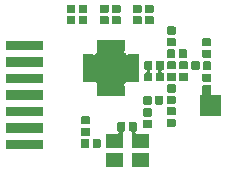
<source format=gbr>
G04 #@! TF.GenerationSoftware,KiCad,Pcbnew,(5.1.5)-3*
G04 #@! TF.CreationDate,2022-01-18T12:38:48+01:00*
G04 #@! TF.ProjectId,HB-ES-PMSwX-Pl_Gosund,48422d45-532d-4504-9d53-77582d506c5f,rev?*
G04 #@! TF.SameCoordinates,Original*
G04 #@! TF.FileFunction,Soldermask,Top*
G04 #@! TF.FilePolarity,Negative*
%FSLAX46Y46*%
G04 Gerber Fmt 4.6, Leading zero omitted, Abs format (unit mm)*
G04 Created by KiCad (PCBNEW (5.1.5)-3) date 2022-01-18 12:38:48*
%MOMM*%
%LPD*%
G04 APERTURE LIST*
%ADD10C,0.100000*%
G04 APERTURE END LIST*
D10*
G36*
X121502600Y-71288800D02*
G01*
X120000600Y-71288800D01*
X120000600Y-70036800D01*
X121502600Y-70036800D01*
X121502600Y-71288800D01*
G37*
G36*
X119302600Y-71288800D02*
G01*
X117800600Y-71288800D01*
X117800600Y-70036800D01*
X119302600Y-70036800D01*
X119302600Y-71288800D01*
G37*
G36*
X112460100Y-69761000D02*
G01*
X109358100Y-69761000D01*
X109358100Y-68959000D01*
X112460100Y-68959000D01*
X112460100Y-69761000D01*
G37*
G36*
X119378138Y-67475116D02*
G01*
X119398757Y-67481371D01*
X119417753Y-67491524D01*
X119434408Y-67505192D01*
X119448076Y-67521847D01*
X119458229Y-67540843D01*
X119464484Y-67561462D01*
X119467200Y-67589040D01*
X119467200Y-68097760D01*
X119464484Y-68125338D01*
X119458229Y-68145957D01*
X119448076Y-68164953D01*
X119434408Y-68181608D01*
X119417753Y-68195276D01*
X119398756Y-68205430D01*
X119391315Y-68207687D01*
X119368676Y-68217064D01*
X119348302Y-68230678D01*
X119330974Y-68248004D01*
X119317360Y-68268379D01*
X119307983Y-68291017D01*
X119303202Y-68315051D01*
X119302600Y-68327304D01*
X119302600Y-69688800D01*
X117800600Y-69688800D01*
X117800600Y-68436800D01*
X118777484Y-68436800D01*
X118801870Y-68434398D01*
X118825319Y-68427285D01*
X118846930Y-68415734D01*
X118865872Y-68400189D01*
X118881417Y-68381247D01*
X118892968Y-68359636D01*
X118900081Y-68336187D01*
X118902483Y-68311801D01*
X118900081Y-68287415D01*
X118892968Y-68263966D01*
X118881417Y-68242355D01*
X118865872Y-68223413D01*
X118836409Y-68201562D01*
X118824645Y-68195274D01*
X118807992Y-68181608D01*
X118794324Y-68164953D01*
X118784171Y-68145957D01*
X118777916Y-68125338D01*
X118775200Y-68097760D01*
X118775200Y-67589040D01*
X118777916Y-67561462D01*
X118784171Y-67540843D01*
X118794324Y-67521847D01*
X118807992Y-67505192D01*
X118824647Y-67491524D01*
X118843643Y-67481371D01*
X118864262Y-67475116D01*
X118891840Y-67472400D01*
X119350560Y-67472400D01*
X119378138Y-67475116D01*
G37*
G36*
X120348138Y-67475116D02*
G01*
X120368757Y-67481371D01*
X120387753Y-67491524D01*
X120404408Y-67505192D01*
X120418076Y-67521847D01*
X120428229Y-67540843D01*
X120434484Y-67561462D01*
X120437200Y-67589040D01*
X120437200Y-68097760D01*
X120434484Y-68125338D01*
X120428229Y-68145957D01*
X120418076Y-68164953D01*
X120404408Y-68181608D01*
X120387755Y-68195274D01*
X120375991Y-68201562D01*
X120355616Y-68215176D01*
X120338289Y-68232504D01*
X120324676Y-68252878D01*
X120315299Y-68275517D01*
X120310519Y-68299550D01*
X120310519Y-68324055D01*
X120315300Y-68348088D01*
X120324677Y-68370726D01*
X120338291Y-68391101D01*
X120355619Y-68408428D01*
X120375993Y-68422041D01*
X120398632Y-68431418D01*
X120434916Y-68436800D01*
X121502600Y-68436800D01*
X121502600Y-69688800D01*
X120000600Y-69688800D01*
X120000600Y-68339399D01*
X119998198Y-68315013D01*
X119991085Y-68291564D01*
X119979534Y-68269953D01*
X119963989Y-68251011D01*
X119945047Y-68235466D01*
X119923436Y-68223915D01*
X119899987Y-68216802D01*
X119875601Y-68214400D01*
X119861840Y-68214400D01*
X119834262Y-68211684D01*
X119813643Y-68205429D01*
X119794647Y-68195276D01*
X119777992Y-68181608D01*
X119764324Y-68164953D01*
X119754171Y-68145957D01*
X119747916Y-68125338D01*
X119745200Y-68097760D01*
X119745200Y-67589040D01*
X119747916Y-67561462D01*
X119754171Y-67540843D01*
X119764324Y-67521847D01*
X119777992Y-67505192D01*
X119794647Y-67491524D01*
X119813643Y-67481371D01*
X119834262Y-67475116D01*
X119861840Y-67472400D01*
X120320560Y-67472400D01*
X120348138Y-67475116D01*
G37*
G36*
X116317438Y-68897516D02*
G01*
X116338057Y-68903771D01*
X116357053Y-68913924D01*
X116373708Y-68927592D01*
X116387376Y-68944247D01*
X116397529Y-68963243D01*
X116403784Y-68983862D01*
X116406500Y-69011440D01*
X116406500Y-69520160D01*
X116403784Y-69547738D01*
X116397529Y-69568357D01*
X116387376Y-69587353D01*
X116373708Y-69604008D01*
X116357053Y-69617676D01*
X116338057Y-69627829D01*
X116317438Y-69634084D01*
X116289860Y-69636800D01*
X115831140Y-69636800D01*
X115803562Y-69634084D01*
X115782943Y-69627829D01*
X115763947Y-69617676D01*
X115747292Y-69604008D01*
X115733624Y-69587353D01*
X115723471Y-69568357D01*
X115717216Y-69547738D01*
X115714500Y-69520160D01*
X115714500Y-69011440D01*
X115717216Y-68983862D01*
X115723471Y-68963243D01*
X115733624Y-68944247D01*
X115747292Y-68927592D01*
X115763947Y-68913924D01*
X115782943Y-68903771D01*
X115803562Y-68897516D01*
X115831140Y-68894800D01*
X116289860Y-68894800D01*
X116317438Y-68897516D01*
G37*
G36*
X117287438Y-68897516D02*
G01*
X117308057Y-68903771D01*
X117327053Y-68913924D01*
X117343708Y-68927592D01*
X117357376Y-68944247D01*
X117367529Y-68963243D01*
X117373784Y-68983862D01*
X117376500Y-69011440D01*
X117376500Y-69520160D01*
X117373784Y-69547738D01*
X117367529Y-69568357D01*
X117357376Y-69587353D01*
X117343708Y-69604008D01*
X117327053Y-69617676D01*
X117308057Y-69627829D01*
X117287438Y-69634084D01*
X117259860Y-69636800D01*
X116801140Y-69636800D01*
X116773562Y-69634084D01*
X116752943Y-69627829D01*
X116733947Y-69617676D01*
X116717292Y-69604008D01*
X116703624Y-69587353D01*
X116693471Y-69568357D01*
X116687216Y-69547738D01*
X116684500Y-69520160D01*
X116684500Y-69011440D01*
X116687216Y-68983862D01*
X116693471Y-68963243D01*
X116703624Y-68944247D01*
X116717292Y-68927592D01*
X116733947Y-68913924D01*
X116752943Y-68903771D01*
X116773562Y-68897516D01*
X116801140Y-68894800D01*
X117259860Y-68894800D01*
X117287438Y-68897516D01*
G37*
G36*
X116372638Y-67944616D02*
G01*
X116393257Y-67950871D01*
X116412253Y-67961024D01*
X116428908Y-67974692D01*
X116442576Y-67991347D01*
X116452729Y-68010343D01*
X116458984Y-68030962D01*
X116461700Y-68058540D01*
X116461700Y-68517260D01*
X116458984Y-68544838D01*
X116452729Y-68565457D01*
X116442576Y-68584453D01*
X116428908Y-68601108D01*
X116412253Y-68614776D01*
X116393257Y-68624929D01*
X116372638Y-68631184D01*
X116345060Y-68633900D01*
X115836340Y-68633900D01*
X115808762Y-68631184D01*
X115788143Y-68624929D01*
X115769147Y-68614776D01*
X115752492Y-68601108D01*
X115738824Y-68584453D01*
X115728671Y-68565457D01*
X115722416Y-68544838D01*
X115719700Y-68517260D01*
X115719700Y-68058540D01*
X115722416Y-68030962D01*
X115728671Y-68010343D01*
X115738824Y-67991347D01*
X115752492Y-67974692D01*
X115769147Y-67961024D01*
X115788143Y-67950871D01*
X115808762Y-67944616D01*
X115836340Y-67941900D01*
X116345060Y-67941900D01*
X116372638Y-67944616D01*
G37*
G36*
X112460100Y-68361000D02*
G01*
X109358100Y-68361000D01*
X109358100Y-67559000D01*
X112460100Y-67559000D01*
X112460100Y-68361000D01*
G37*
G36*
X121617738Y-67273916D02*
G01*
X121638357Y-67280171D01*
X121657353Y-67290324D01*
X121674008Y-67303992D01*
X121687676Y-67320647D01*
X121697829Y-67339643D01*
X121704084Y-67360262D01*
X121706800Y-67387840D01*
X121706800Y-67846560D01*
X121704084Y-67874138D01*
X121697829Y-67894757D01*
X121687676Y-67913753D01*
X121674008Y-67930408D01*
X121657353Y-67944076D01*
X121638357Y-67954229D01*
X121617738Y-67960484D01*
X121590160Y-67963200D01*
X121081440Y-67963200D01*
X121053862Y-67960484D01*
X121033243Y-67954229D01*
X121014247Y-67944076D01*
X120997592Y-67930408D01*
X120983924Y-67913753D01*
X120973771Y-67894757D01*
X120967516Y-67874138D01*
X120964800Y-67846560D01*
X120964800Y-67387840D01*
X120967516Y-67360262D01*
X120973771Y-67339643D01*
X120983924Y-67320647D01*
X120997592Y-67303992D01*
X121014247Y-67290324D01*
X121033243Y-67280171D01*
X121053862Y-67273916D01*
X121081440Y-67271200D01*
X121590160Y-67271200D01*
X121617738Y-67273916D01*
G37*
G36*
X123624338Y-67172316D02*
G01*
X123644957Y-67178571D01*
X123663953Y-67188724D01*
X123680608Y-67202392D01*
X123694276Y-67219047D01*
X123704429Y-67238043D01*
X123710684Y-67258662D01*
X123713400Y-67286240D01*
X123713400Y-67744960D01*
X123710684Y-67772538D01*
X123704429Y-67793157D01*
X123694276Y-67812153D01*
X123680608Y-67828808D01*
X123663953Y-67842476D01*
X123644957Y-67852629D01*
X123624338Y-67858884D01*
X123596760Y-67861600D01*
X123088040Y-67861600D01*
X123060462Y-67858884D01*
X123039843Y-67852629D01*
X123020847Y-67842476D01*
X123004192Y-67828808D01*
X122990524Y-67812153D01*
X122980371Y-67793157D01*
X122974116Y-67772538D01*
X122971400Y-67744960D01*
X122971400Y-67286240D01*
X122974116Y-67258662D01*
X122980371Y-67238043D01*
X122990524Y-67219047D01*
X123004192Y-67202392D01*
X123020847Y-67188724D01*
X123039843Y-67178571D01*
X123060462Y-67172316D01*
X123088040Y-67169600D01*
X123596760Y-67169600D01*
X123624338Y-67172316D01*
G37*
G36*
X116372638Y-66974616D02*
G01*
X116393257Y-66980871D01*
X116412253Y-66991024D01*
X116428908Y-67004692D01*
X116442576Y-67021347D01*
X116452729Y-67040343D01*
X116458984Y-67060962D01*
X116461700Y-67088540D01*
X116461700Y-67547260D01*
X116458984Y-67574838D01*
X116452729Y-67595457D01*
X116442576Y-67614453D01*
X116428908Y-67631108D01*
X116412253Y-67644776D01*
X116393257Y-67654929D01*
X116372638Y-67661184D01*
X116345060Y-67663900D01*
X115836340Y-67663900D01*
X115808762Y-67661184D01*
X115788143Y-67654929D01*
X115769147Y-67644776D01*
X115752492Y-67631108D01*
X115738824Y-67614453D01*
X115728671Y-67595457D01*
X115722416Y-67574838D01*
X115719700Y-67547260D01*
X115719700Y-67088540D01*
X115722416Y-67060962D01*
X115728671Y-67040343D01*
X115738824Y-67021347D01*
X115752492Y-67004692D01*
X115769147Y-66991024D01*
X115788143Y-66980871D01*
X115808762Y-66974616D01*
X115836340Y-66971900D01*
X116345060Y-66971900D01*
X116372638Y-66974616D01*
G37*
G36*
X121617738Y-66303916D02*
G01*
X121638357Y-66310171D01*
X121657353Y-66320324D01*
X121674008Y-66333992D01*
X121687676Y-66350647D01*
X121697829Y-66369643D01*
X121704084Y-66390262D01*
X121706800Y-66417840D01*
X121706800Y-66876560D01*
X121704084Y-66904138D01*
X121697829Y-66924757D01*
X121687676Y-66943753D01*
X121674008Y-66960408D01*
X121657353Y-66974076D01*
X121638357Y-66984229D01*
X121617738Y-66990484D01*
X121590160Y-66993200D01*
X121081440Y-66993200D01*
X121053862Y-66990484D01*
X121033243Y-66984229D01*
X121014247Y-66974076D01*
X120997592Y-66960408D01*
X120983924Y-66943753D01*
X120973771Y-66924757D01*
X120967516Y-66904138D01*
X120964800Y-66876560D01*
X120964800Y-66417840D01*
X120967516Y-66390262D01*
X120973771Y-66369643D01*
X120983924Y-66350647D01*
X120997592Y-66333992D01*
X121014247Y-66320324D01*
X121033243Y-66310171D01*
X121053862Y-66303916D01*
X121081440Y-66301200D01*
X121590160Y-66301200D01*
X121617738Y-66303916D01*
G37*
G36*
X112460100Y-66961000D02*
G01*
X109358100Y-66961000D01*
X109358100Y-66159000D01*
X112460100Y-66159000D01*
X112460100Y-66961000D01*
G37*
G36*
X126621538Y-64329916D02*
G01*
X126642157Y-64336171D01*
X126661153Y-64346324D01*
X126677808Y-64359992D01*
X126691476Y-64376647D01*
X126701629Y-64395643D01*
X126707884Y-64416262D01*
X126710600Y-64443840D01*
X126710600Y-64902560D01*
X126707884Y-64930138D01*
X126701630Y-64950756D01*
X126699322Y-64955073D01*
X126689944Y-64977712D01*
X126685162Y-65001745D01*
X126685161Y-65026249D01*
X126689941Y-65050282D01*
X126699318Y-65072921D01*
X126712931Y-65093296D01*
X126730257Y-65110624D01*
X126750631Y-65124238D01*
X126773270Y-65133616D01*
X126797303Y-65138398D01*
X126809559Y-65139000D01*
X127596200Y-65139000D01*
X127596200Y-66941000D01*
X125794200Y-66941000D01*
X125794200Y-65139000D01*
X125869641Y-65139000D01*
X125894027Y-65136598D01*
X125917476Y-65129485D01*
X125939087Y-65117934D01*
X125958029Y-65102389D01*
X125973574Y-65083447D01*
X125985125Y-65061836D01*
X125992238Y-65038387D01*
X125994640Y-65014001D01*
X125992238Y-64989615D01*
X125985125Y-64966166D01*
X125979878Y-64955073D01*
X125977570Y-64950756D01*
X125971316Y-64930138D01*
X125968600Y-64902560D01*
X125968600Y-64443840D01*
X125971316Y-64416262D01*
X125977571Y-64395643D01*
X125987724Y-64376647D01*
X126001392Y-64359992D01*
X126018047Y-64346324D01*
X126037043Y-64336171D01*
X126057662Y-64329916D01*
X126085240Y-64327200D01*
X126593960Y-64327200D01*
X126621538Y-64329916D01*
G37*
G36*
X123624338Y-66202316D02*
G01*
X123644957Y-66208571D01*
X123663953Y-66218724D01*
X123680608Y-66232392D01*
X123694276Y-66249047D01*
X123704429Y-66268043D01*
X123710684Y-66288662D01*
X123713400Y-66316240D01*
X123713400Y-66774960D01*
X123710684Y-66802538D01*
X123704429Y-66823157D01*
X123694276Y-66842153D01*
X123680608Y-66858808D01*
X123663953Y-66872476D01*
X123644957Y-66882629D01*
X123624338Y-66888884D01*
X123596760Y-66891600D01*
X123088040Y-66891600D01*
X123060462Y-66888884D01*
X123039843Y-66882629D01*
X123020847Y-66872476D01*
X123004192Y-66858808D01*
X122990524Y-66842153D01*
X122980371Y-66823157D01*
X122974116Y-66802538D01*
X122971400Y-66774960D01*
X122971400Y-66316240D01*
X122974116Y-66288662D01*
X122980371Y-66268043D01*
X122990524Y-66249047D01*
X123004192Y-66232392D01*
X123020847Y-66218724D01*
X123039843Y-66208571D01*
X123060462Y-66202316D01*
X123088040Y-66199600D01*
X123596760Y-66199600D01*
X123624338Y-66202316D01*
G37*
G36*
X122562738Y-65239916D02*
G01*
X122583357Y-65246171D01*
X122602353Y-65256324D01*
X122619008Y-65269992D01*
X122632676Y-65286647D01*
X122642829Y-65305643D01*
X122649084Y-65326262D01*
X122651800Y-65353840D01*
X122651800Y-65862560D01*
X122649084Y-65890138D01*
X122642829Y-65910757D01*
X122632676Y-65929753D01*
X122619008Y-65946408D01*
X122602353Y-65960076D01*
X122583357Y-65970229D01*
X122562738Y-65976484D01*
X122535160Y-65979200D01*
X122076440Y-65979200D01*
X122048862Y-65976484D01*
X122028243Y-65970229D01*
X122009247Y-65960076D01*
X121992592Y-65946408D01*
X121978924Y-65929753D01*
X121968771Y-65910757D01*
X121962516Y-65890138D01*
X121959800Y-65862560D01*
X121959800Y-65353840D01*
X121962516Y-65326262D01*
X121968771Y-65305643D01*
X121978924Y-65286647D01*
X121992592Y-65269992D01*
X122009247Y-65256324D01*
X122028243Y-65246171D01*
X122048862Y-65239916D01*
X122076440Y-65237200D01*
X122535160Y-65237200D01*
X122562738Y-65239916D01*
G37*
G36*
X121592738Y-65239916D02*
G01*
X121613357Y-65246171D01*
X121632353Y-65256324D01*
X121649008Y-65269992D01*
X121662676Y-65286647D01*
X121672829Y-65305643D01*
X121679084Y-65326262D01*
X121681800Y-65353840D01*
X121681800Y-65862560D01*
X121679084Y-65890138D01*
X121672829Y-65910757D01*
X121662676Y-65929753D01*
X121649008Y-65946408D01*
X121632353Y-65960076D01*
X121613357Y-65970229D01*
X121592738Y-65976484D01*
X121565160Y-65979200D01*
X121106440Y-65979200D01*
X121078862Y-65976484D01*
X121058243Y-65970229D01*
X121039247Y-65960076D01*
X121022592Y-65946408D01*
X121008924Y-65929753D01*
X120998771Y-65910757D01*
X120992516Y-65890138D01*
X120989800Y-65862560D01*
X120989800Y-65353840D01*
X120992516Y-65326262D01*
X120998771Y-65305643D01*
X121008924Y-65286647D01*
X121022592Y-65269992D01*
X121039247Y-65256324D01*
X121058243Y-65246171D01*
X121078862Y-65239916D01*
X121106440Y-65237200D01*
X121565160Y-65237200D01*
X121592738Y-65239916D01*
G37*
G36*
X123624338Y-65244316D02*
G01*
X123644957Y-65250571D01*
X123663953Y-65260724D01*
X123680608Y-65274392D01*
X123694276Y-65291047D01*
X123704429Y-65310043D01*
X123710684Y-65330662D01*
X123713400Y-65358240D01*
X123713400Y-65816960D01*
X123710684Y-65844538D01*
X123704429Y-65865157D01*
X123694276Y-65884153D01*
X123680608Y-65900808D01*
X123663953Y-65914476D01*
X123644957Y-65924629D01*
X123624338Y-65930884D01*
X123596760Y-65933600D01*
X123088040Y-65933600D01*
X123060462Y-65930884D01*
X123039843Y-65924629D01*
X123020847Y-65914476D01*
X123004192Y-65900808D01*
X122990524Y-65884153D01*
X122980371Y-65865157D01*
X122974116Y-65844538D01*
X122971400Y-65816960D01*
X122971400Y-65358240D01*
X122974116Y-65330662D01*
X122980371Y-65310043D01*
X122990524Y-65291047D01*
X123004192Y-65274392D01*
X123020847Y-65260724D01*
X123039843Y-65250571D01*
X123060462Y-65244316D01*
X123088040Y-65241600D01*
X123596760Y-65241600D01*
X123624338Y-65244316D01*
G37*
G36*
X112460100Y-65561000D02*
G01*
X109358100Y-65561000D01*
X109358100Y-64759000D01*
X112460100Y-64759000D01*
X112460100Y-65561000D01*
G37*
G36*
X117392355Y-60490483D02*
G01*
X117397029Y-60491901D01*
X117401330Y-60494200D01*
X117407702Y-60499429D01*
X117428076Y-60513043D01*
X117450715Y-60522420D01*
X117474749Y-60527200D01*
X117499253Y-60527200D01*
X117523286Y-60522419D01*
X117545925Y-60513042D01*
X117566298Y-60499429D01*
X117572670Y-60494200D01*
X117576971Y-60491901D01*
X117581645Y-60490483D01*
X117592641Y-60489400D01*
X117881359Y-60489400D01*
X117892355Y-60490483D01*
X117897029Y-60491901D01*
X117901330Y-60494200D01*
X117907702Y-60499429D01*
X117928076Y-60513043D01*
X117950715Y-60522420D01*
X117974749Y-60527200D01*
X117999253Y-60527200D01*
X118023286Y-60522419D01*
X118045925Y-60513042D01*
X118066298Y-60499429D01*
X118072670Y-60494200D01*
X118076971Y-60491901D01*
X118081645Y-60490483D01*
X118092641Y-60489400D01*
X118381359Y-60489400D01*
X118392355Y-60490483D01*
X118397029Y-60491901D01*
X118401330Y-60494200D01*
X118407702Y-60499429D01*
X118428076Y-60513043D01*
X118450715Y-60522420D01*
X118474749Y-60527200D01*
X118499253Y-60527200D01*
X118523286Y-60522419D01*
X118545925Y-60513042D01*
X118566298Y-60499429D01*
X118572670Y-60494200D01*
X118576971Y-60491901D01*
X118581645Y-60490483D01*
X118592641Y-60489400D01*
X118881359Y-60489400D01*
X118892355Y-60490483D01*
X118897029Y-60491901D01*
X118901330Y-60494200D01*
X118907702Y-60499429D01*
X118928076Y-60513043D01*
X118950715Y-60522420D01*
X118974749Y-60527200D01*
X118999253Y-60527200D01*
X119023286Y-60522419D01*
X119045925Y-60513042D01*
X119066298Y-60499429D01*
X119072670Y-60494200D01*
X119076971Y-60491901D01*
X119081645Y-60490483D01*
X119092641Y-60489400D01*
X119381359Y-60489400D01*
X119392355Y-60490483D01*
X119397029Y-60491901D01*
X119401331Y-60494200D01*
X119405104Y-60497296D01*
X119408200Y-60501069D01*
X119410499Y-60505371D01*
X119411917Y-60510045D01*
X119413000Y-60521041D01*
X119413000Y-61384759D01*
X119411917Y-61395755D01*
X119410499Y-61400429D01*
X119408202Y-61404727D01*
X119401560Y-61412820D01*
X119387946Y-61433195D01*
X119378569Y-61455833D01*
X119373788Y-61479867D01*
X119373788Y-61504371D01*
X119378568Y-61528404D01*
X119387945Y-61551043D01*
X119401559Y-61571418D01*
X119418885Y-61588745D01*
X119439259Y-61602358D01*
X119466464Y-61616900D01*
X119490651Y-61636749D01*
X119510500Y-61660936D01*
X119525042Y-61688141D01*
X119538656Y-61708515D01*
X119555983Y-61725842D01*
X119576358Y-61739455D01*
X119598997Y-61748832D01*
X119623030Y-61753612D01*
X119647534Y-61753612D01*
X119671568Y-61748831D01*
X119694206Y-61739453D01*
X119714580Y-61725840D01*
X119722673Y-61719198D01*
X119726971Y-61716901D01*
X119731645Y-61715483D01*
X119742641Y-61714400D01*
X120606359Y-61714400D01*
X120617355Y-61715483D01*
X120622029Y-61716901D01*
X120626331Y-61719200D01*
X120630104Y-61722296D01*
X120633200Y-61726069D01*
X120635499Y-61730371D01*
X120636917Y-61735045D01*
X120638000Y-61746041D01*
X120638000Y-62034759D01*
X120636917Y-62045755D01*
X120635499Y-62050429D01*
X120633200Y-62054730D01*
X120627971Y-62061102D01*
X120614357Y-62081476D01*
X120604980Y-62104115D01*
X120600200Y-62128149D01*
X120600200Y-62152653D01*
X120604981Y-62176686D01*
X120614358Y-62199325D01*
X120627971Y-62219698D01*
X120633200Y-62226070D01*
X120635499Y-62230371D01*
X120636917Y-62235045D01*
X120638000Y-62246041D01*
X120638000Y-62534759D01*
X120636917Y-62545755D01*
X120635499Y-62550429D01*
X120633200Y-62554730D01*
X120627971Y-62561102D01*
X120614357Y-62581476D01*
X120604980Y-62604115D01*
X120600200Y-62628149D01*
X120600200Y-62652653D01*
X120604981Y-62676686D01*
X120614358Y-62699325D01*
X120627971Y-62719698D01*
X120633200Y-62726070D01*
X120635499Y-62730371D01*
X120636917Y-62735045D01*
X120638000Y-62746041D01*
X120638000Y-63034759D01*
X120636917Y-63045755D01*
X120635499Y-63050429D01*
X120633200Y-63054730D01*
X120627971Y-63061102D01*
X120614357Y-63081476D01*
X120604980Y-63104115D01*
X120600200Y-63128149D01*
X120600200Y-63152653D01*
X120604981Y-63176686D01*
X120614358Y-63199325D01*
X120627971Y-63219698D01*
X120633200Y-63226070D01*
X120635499Y-63230371D01*
X120636917Y-63235045D01*
X120638000Y-63246041D01*
X120638000Y-63534759D01*
X120636917Y-63545755D01*
X120635499Y-63550429D01*
X120633200Y-63554730D01*
X120627971Y-63561102D01*
X120614357Y-63581476D01*
X120604980Y-63604115D01*
X120600200Y-63628149D01*
X120600200Y-63652653D01*
X120604981Y-63676686D01*
X120614358Y-63699325D01*
X120627971Y-63719698D01*
X120633200Y-63726070D01*
X120635499Y-63730371D01*
X120636917Y-63735045D01*
X120638000Y-63746041D01*
X120638000Y-64034759D01*
X120636917Y-64045755D01*
X120635499Y-64050429D01*
X120633200Y-64054731D01*
X120630104Y-64058504D01*
X120626331Y-64061600D01*
X120622029Y-64063899D01*
X120617355Y-64065317D01*
X120606359Y-64066400D01*
X119742641Y-64066400D01*
X119731645Y-64065317D01*
X119726971Y-64063899D01*
X119722673Y-64061602D01*
X119714580Y-64054960D01*
X119694205Y-64041346D01*
X119671567Y-64031969D01*
X119647533Y-64027188D01*
X119623029Y-64027188D01*
X119598996Y-64031968D01*
X119576357Y-64041345D01*
X119555982Y-64054959D01*
X119538655Y-64072285D01*
X119525042Y-64092659D01*
X119510500Y-64119864D01*
X119490651Y-64144051D01*
X119466464Y-64163900D01*
X119439259Y-64178442D01*
X119418885Y-64192056D01*
X119401558Y-64209383D01*
X119387945Y-64229758D01*
X119378568Y-64252397D01*
X119373788Y-64276430D01*
X119373788Y-64300934D01*
X119378569Y-64324968D01*
X119387947Y-64347606D01*
X119401560Y-64367980D01*
X119408202Y-64376073D01*
X119410499Y-64380371D01*
X119411917Y-64385045D01*
X119413000Y-64396041D01*
X119413000Y-65259759D01*
X119411917Y-65270755D01*
X119410499Y-65275429D01*
X119408200Y-65279731D01*
X119405104Y-65283504D01*
X119401331Y-65286600D01*
X119397029Y-65288899D01*
X119392355Y-65290317D01*
X119381359Y-65291400D01*
X119092641Y-65291400D01*
X119081645Y-65290317D01*
X119076971Y-65288899D01*
X119072670Y-65286600D01*
X119066298Y-65281371D01*
X119045924Y-65267757D01*
X119023285Y-65258380D01*
X118999251Y-65253600D01*
X118974747Y-65253600D01*
X118950714Y-65258381D01*
X118928075Y-65267758D01*
X118907702Y-65281371D01*
X118901330Y-65286600D01*
X118897029Y-65288899D01*
X118892355Y-65290317D01*
X118881359Y-65291400D01*
X118592641Y-65291400D01*
X118581645Y-65290317D01*
X118576971Y-65288899D01*
X118572670Y-65286600D01*
X118566298Y-65281371D01*
X118545924Y-65267757D01*
X118523285Y-65258380D01*
X118499251Y-65253600D01*
X118474747Y-65253600D01*
X118450714Y-65258381D01*
X118428075Y-65267758D01*
X118407702Y-65281371D01*
X118401330Y-65286600D01*
X118397029Y-65288899D01*
X118392355Y-65290317D01*
X118381359Y-65291400D01*
X118092641Y-65291400D01*
X118081645Y-65290317D01*
X118076971Y-65288899D01*
X118072670Y-65286600D01*
X118066298Y-65281371D01*
X118045924Y-65267757D01*
X118023285Y-65258380D01*
X117999251Y-65253600D01*
X117974747Y-65253600D01*
X117950714Y-65258381D01*
X117928075Y-65267758D01*
X117907702Y-65281371D01*
X117901330Y-65286600D01*
X117897029Y-65288899D01*
X117892355Y-65290317D01*
X117881359Y-65291400D01*
X117592641Y-65291400D01*
X117581645Y-65290317D01*
X117576971Y-65288899D01*
X117572670Y-65286600D01*
X117566298Y-65281371D01*
X117545924Y-65267757D01*
X117523285Y-65258380D01*
X117499251Y-65253600D01*
X117474747Y-65253600D01*
X117450714Y-65258381D01*
X117428075Y-65267758D01*
X117407702Y-65281371D01*
X117401330Y-65286600D01*
X117397029Y-65288899D01*
X117392355Y-65290317D01*
X117381359Y-65291400D01*
X117092641Y-65291400D01*
X117081645Y-65290317D01*
X117076971Y-65288899D01*
X117072669Y-65286600D01*
X117068896Y-65283504D01*
X117065800Y-65279731D01*
X117063501Y-65275429D01*
X117062083Y-65270755D01*
X117061000Y-65259759D01*
X117061000Y-64396041D01*
X117062083Y-64385045D01*
X117063501Y-64380371D01*
X117065798Y-64376073D01*
X117072440Y-64367980D01*
X117086054Y-64347605D01*
X117095431Y-64324967D01*
X117100212Y-64300933D01*
X117100212Y-64276429D01*
X117095432Y-64252396D01*
X117086055Y-64229757D01*
X117072441Y-64209382D01*
X117055115Y-64192055D01*
X117034741Y-64178442D01*
X117007536Y-64163900D01*
X116983349Y-64144051D01*
X116963500Y-64119864D01*
X116948958Y-64092659D01*
X116935344Y-64072285D01*
X116918017Y-64054958D01*
X116897642Y-64041345D01*
X116875003Y-64031968D01*
X116850970Y-64027188D01*
X116826466Y-64027188D01*
X116802432Y-64031969D01*
X116779794Y-64041347D01*
X116759420Y-64054960D01*
X116751327Y-64061602D01*
X116747029Y-64063899D01*
X116742355Y-64065317D01*
X116731359Y-64066400D01*
X115867641Y-64066400D01*
X115856645Y-64065317D01*
X115851971Y-64063899D01*
X115847669Y-64061600D01*
X115843896Y-64058504D01*
X115840800Y-64054731D01*
X115838501Y-64050429D01*
X115837083Y-64045755D01*
X115836000Y-64034759D01*
X115836000Y-63746041D01*
X115837083Y-63735045D01*
X115838501Y-63730371D01*
X115840800Y-63726070D01*
X115846029Y-63719698D01*
X115859643Y-63699324D01*
X115869020Y-63676685D01*
X115873800Y-63652651D01*
X115873800Y-63628147D01*
X115869019Y-63604114D01*
X115859642Y-63581475D01*
X115846029Y-63561102D01*
X115840800Y-63554730D01*
X115838501Y-63550429D01*
X115837083Y-63545755D01*
X115836000Y-63534759D01*
X115836000Y-63246041D01*
X115837083Y-63235045D01*
X115838501Y-63230371D01*
X115840800Y-63226070D01*
X115846029Y-63219698D01*
X115859643Y-63199324D01*
X115869020Y-63176685D01*
X115873800Y-63152651D01*
X115873800Y-63128147D01*
X115869019Y-63104114D01*
X115859642Y-63081475D01*
X115846029Y-63061102D01*
X115840800Y-63054730D01*
X115838501Y-63050429D01*
X115837083Y-63045755D01*
X115836000Y-63034759D01*
X115836000Y-62746041D01*
X115837083Y-62735045D01*
X115838501Y-62730371D01*
X115840800Y-62726070D01*
X115846029Y-62719698D01*
X115859643Y-62699324D01*
X115869020Y-62676685D01*
X115873800Y-62652651D01*
X115873800Y-62628147D01*
X115869019Y-62604114D01*
X115859642Y-62581475D01*
X115846029Y-62561102D01*
X115840800Y-62554730D01*
X115838501Y-62550429D01*
X115837083Y-62545755D01*
X115836000Y-62534759D01*
X115836000Y-62246041D01*
X115837083Y-62235045D01*
X115838501Y-62230371D01*
X115840800Y-62226070D01*
X115846029Y-62219698D01*
X115859643Y-62199324D01*
X115869020Y-62176685D01*
X115873800Y-62152651D01*
X115873800Y-62128147D01*
X115869019Y-62104114D01*
X115859642Y-62081475D01*
X115846029Y-62061102D01*
X115840800Y-62054730D01*
X115838501Y-62050429D01*
X115837083Y-62045755D01*
X115836000Y-62034759D01*
X115836000Y-61746041D01*
X115837083Y-61735045D01*
X115838501Y-61730371D01*
X115840800Y-61726069D01*
X115843896Y-61722296D01*
X115847669Y-61719200D01*
X115851971Y-61716901D01*
X115856645Y-61715483D01*
X115867641Y-61714400D01*
X116731359Y-61714400D01*
X116742355Y-61715483D01*
X116747029Y-61716901D01*
X116751327Y-61719198D01*
X116759420Y-61725840D01*
X116779795Y-61739454D01*
X116802433Y-61748831D01*
X116826467Y-61753612D01*
X116850971Y-61753612D01*
X116875004Y-61748832D01*
X116897643Y-61739455D01*
X116918018Y-61725841D01*
X116935345Y-61708515D01*
X116948958Y-61688141D01*
X116963500Y-61660936D01*
X116983349Y-61636749D01*
X117007536Y-61616900D01*
X117034741Y-61602358D01*
X117055115Y-61588744D01*
X117072442Y-61571417D01*
X117086055Y-61551042D01*
X117095432Y-61528403D01*
X117100212Y-61504370D01*
X117100212Y-61479866D01*
X117095431Y-61455832D01*
X117086053Y-61433194D01*
X117072440Y-61412820D01*
X117065798Y-61404727D01*
X117063501Y-61400429D01*
X117062083Y-61395755D01*
X117061000Y-61384759D01*
X117061000Y-60521041D01*
X117062083Y-60510045D01*
X117063501Y-60505371D01*
X117065800Y-60501069D01*
X117068896Y-60497296D01*
X117072669Y-60494200D01*
X117076971Y-60491901D01*
X117081645Y-60490483D01*
X117092641Y-60489400D01*
X117381359Y-60489400D01*
X117392355Y-60490483D01*
G37*
G36*
X123624338Y-64274316D02*
G01*
X123644957Y-64280571D01*
X123663953Y-64290724D01*
X123680608Y-64304392D01*
X123694276Y-64321047D01*
X123704429Y-64340043D01*
X123710684Y-64360662D01*
X123713400Y-64388240D01*
X123713400Y-64846960D01*
X123710684Y-64874538D01*
X123704429Y-64895157D01*
X123694276Y-64914153D01*
X123680608Y-64930808D01*
X123663953Y-64944476D01*
X123644957Y-64954629D01*
X123624338Y-64960884D01*
X123596760Y-64963600D01*
X123088040Y-64963600D01*
X123060462Y-64960884D01*
X123039843Y-64954629D01*
X123020847Y-64944476D01*
X123004192Y-64930808D01*
X122990524Y-64914153D01*
X122980371Y-64895157D01*
X122974116Y-64874538D01*
X122971400Y-64846960D01*
X122971400Y-64388240D01*
X122974116Y-64360662D01*
X122980371Y-64340043D01*
X122990524Y-64321047D01*
X123004192Y-64304392D01*
X123020847Y-64290724D01*
X123039843Y-64280571D01*
X123060462Y-64274316D01*
X123088040Y-64271600D01*
X123596760Y-64271600D01*
X123624338Y-64274316D01*
G37*
G36*
X112460100Y-64161000D02*
G01*
X109358100Y-64161000D01*
X109358100Y-63359000D01*
X112460100Y-63359000D01*
X112460100Y-64161000D01*
G37*
G36*
X126621538Y-63359916D02*
G01*
X126642157Y-63366171D01*
X126661153Y-63376324D01*
X126677808Y-63389992D01*
X126691476Y-63406647D01*
X126701629Y-63425643D01*
X126707884Y-63446262D01*
X126710600Y-63473840D01*
X126710600Y-63932560D01*
X126707884Y-63960138D01*
X126701629Y-63980757D01*
X126691476Y-63999753D01*
X126677808Y-64016408D01*
X126661153Y-64030076D01*
X126642157Y-64040229D01*
X126621538Y-64046484D01*
X126593960Y-64049200D01*
X126085240Y-64049200D01*
X126057662Y-64046484D01*
X126037043Y-64040229D01*
X126018047Y-64030076D01*
X126001392Y-64016408D01*
X125987724Y-63999753D01*
X125977571Y-63980757D01*
X125971316Y-63960138D01*
X125968600Y-63932560D01*
X125968600Y-63473840D01*
X125971316Y-63446262D01*
X125977571Y-63425643D01*
X125987724Y-63406647D01*
X126001392Y-63389992D01*
X126018047Y-63376324D01*
X126037043Y-63366171D01*
X126057662Y-63359916D01*
X126085240Y-63357200D01*
X126593960Y-63357200D01*
X126621538Y-63359916D01*
G37*
G36*
X122638938Y-62293516D02*
G01*
X122659557Y-62299771D01*
X122678553Y-62309924D01*
X122695208Y-62323592D01*
X122708876Y-62340247D01*
X122719029Y-62359243D01*
X122725284Y-62379862D01*
X122728000Y-62407440D01*
X122728000Y-62916160D01*
X122725284Y-62943738D01*
X122719029Y-62964357D01*
X122708876Y-62983353D01*
X122695208Y-63000008D01*
X122678553Y-63013676D01*
X122659557Y-63023829D01*
X122638938Y-63030084D01*
X122612345Y-63032703D01*
X122588312Y-63037483D01*
X122565673Y-63046861D01*
X122545299Y-63060474D01*
X122527972Y-63077801D01*
X122514358Y-63098176D01*
X122504981Y-63120814D01*
X122500200Y-63144848D01*
X122500200Y-63169352D01*
X122504980Y-63193385D01*
X122514358Y-63216024D01*
X122527971Y-63236398D01*
X122545298Y-63253725D01*
X122565673Y-63267339D01*
X122588311Y-63276716D01*
X122612345Y-63281497D01*
X122638938Y-63284116D01*
X122659557Y-63290371D01*
X122678553Y-63300524D01*
X122695208Y-63314192D01*
X122708876Y-63330847D01*
X122719029Y-63349843D01*
X122725284Y-63370462D01*
X122728000Y-63398040D01*
X122728000Y-63906760D01*
X122725284Y-63934338D01*
X122719029Y-63954957D01*
X122708876Y-63973953D01*
X122695208Y-63990608D01*
X122678553Y-64004276D01*
X122659557Y-64014429D01*
X122638938Y-64020684D01*
X122611360Y-64023400D01*
X122152640Y-64023400D01*
X122125062Y-64020684D01*
X122104443Y-64014429D01*
X122085447Y-64004276D01*
X122068792Y-63990608D01*
X122055124Y-63973953D01*
X122044971Y-63954957D01*
X122038716Y-63934338D01*
X122036000Y-63906760D01*
X122036000Y-63398040D01*
X122038716Y-63370462D01*
X122044971Y-63349843D01*
X122055124Y-63330847D01*
X122068792Y-63314192D01*
X122085447Y-63300524D01*
X122104443Y-63290371D01*
X122125062Y-63284116D01*
X122151655Y-63281497D01*
X122175688Y-63276717D01*
X122198327Y-63267339D01*
X122218701Y-63253726D01*
X122236028Y-63236399D01*
X122249642Y-63216024D01*
X122259019Y-63193386D01*
X122263800Y-63169352D01*
X122263800Y-63144848D01*
X122259020Y-63120815D01*
X122249642Y-63098176D01*
X122236029Y-63077802D01*
X122218702Y-63060475D01*
X122198327Y-63046861D01*
X122175689Y-63037484D01*
X122151655Y-63032703D01*
X122125062Y-63030084D01*
X122104443Y-63023829D01*
X122085447Y-63013676D01*
X122068792Y-63000008D01*
X122055124Y-62983353D01*
X122044971Y-62964357D01*
X122038716Y-62943738D01*
X122036000Y-62916160D01*
X122036000Y-62407440D01*
X122038716Y-62379862D01*
X122044971Y-62359243D01*
X122055124Y-62340247D01*
X122068792Y-62323592D01*
X122085447Y-62309924D01*
X122104443Y-62299771D01*
X122125062Y-62293516D01*
X122152640Y-62290800D01*
X122611360Y-62290800D01*
X122638938Y-62293516D01*
G37*
G36*
X121668938Y-62293516D02*
G01*
X121689557Y-62299771D01*
X121708553Y-62309924D01*
X121725208Y-62323592D01*
X121738876Y-62340247D01*
X121749029Y-62359243D01*
X121755284Y-62379862D01*
X121758000Y-62407440D01*
X121758000Y-62916160D01*
X121755284Y-62943738D01*
X121749029Y-62964357D01*
X121738876Y-62983353D01*
X121725208Y-63000008D01*
X121708553Y-63013676D01*
X121689557Y-63023829D01*
X121668938Y-63030084D01*
X121642345Y-63032703D01*
X121618312Y-63037483D01*
X121595673Y-63046861D01*
X121575299Y-63060474D01*
X121557972Y-63077801D01*
X121544358Y-63098176D01*
X121534981Y-63120814D01*
X121530200Y-63144848D01*
X121530200Y-63169352D01*
X121534980Y-63193385D01*
X121544358Y-63216024D01*
X121557971Y-63236398D01*
X121575298Y-63253725D01*
X121595673Y-63267339D01*
X121618311Y-63276716D01*
X121642345Y-63281497D01*
X121668938Y-63284116D01*
X121689557Y-63290371D01*
X121708553Y-63300524D01*
X121725208Y-63314192D01*
X121738876Y-63330847D01*
X121749029Y-63349843D01*
X121755284Y-63370462D01*
X121758000Y-63398040D01*
X121758000Y-63906760D01*
X121755284Y-63934338D01*
X121749029Y-63954957D01*
X121738876Y-63973953D01*
X121725208Y-63990608D01*
X121708553Y-64004276D01*
X121689557Y-64014429D01*
X121668938Y-64020684D01*
X121641360Y-64023400D01*
X121182640Y-64023400D01*
X121155062Y-64020684D01*
X121134443Y-64014429D01*
X121115447Y-64004276D01*
X121098792Y-63990608D01*
X121085124Y-63973953D01*
X121074971Y-63954957D01*
X121068716Y-63934338D01*
X121066000Y-63906760D01*
X121066000Y-63398040D01*
X121068716Y-63370462D01*
X121074971Y-63349843D01*
X121085124Y-63330847D01*
X121098792Y-63314192D01*
X121115447Y-63300524D01*
X121134443Y-63290371D01*
X121155062Y-63284116D01*
X121181655Y-63281497D01*
X121205688Y-63276717D01*
X121228327Y-63267339D01*
X121248701Y-63253726D01*
X121266028Y-63236399D01*
X121279642Y-63216024D01*
X121289019Y-63193386D01*
X121293800Y-63169352D01*
X121293800Y-63144848D01*
X121289020Y-63120815D01*
X121279642Y-63098176D01*
X121266029Y-63077802D01*
X121248702Y-63060475D01*
X121228327Y-63046861D01*
X121205689Y-63037484D01*
X121181655Y-63032703D01*
X121155062Y-63030084D01*
X121134443Y-63023829D01*
X121115447Y-63013676D01*
X121098792Y-63000008D01*
X121085124Y-62983353D01*
X121074971Y-62964357D01*
X121068716Y-62943738D01*
X121066000Y-62916160D01*
X121066000Y-62407440D01*
X121068716Y-62379862D01*
X121074971Y-62359243D01*
X121085124Y-62340247D01*
X121098792Y-62323592D01*
X121115447Y-62309924D01*
X121134443Y-62299771D01*
X121155062Y-62293516D01*
X121182640Y-62290800D01*
X121641360Y-62290800D01*
X121668938Y-62293516D01*
G37*
G36*
X124665738Y-63286116D02*
G01*
X124686357Y-63292371D01*
X124705353Y-63302524D01*
X124722008Y-63316192D01*
X124735676Y-63332847D01*
X124745829Y-63351843D01*
X124752084Y-63372462D01*
X124754800Y-63400040D01*
X124754800Y-63858760D01*
X124752084Y-63886338D01*
X124745829Y-63906957D01*
X124735676Y-63925953D01*
X124722008Y-63942608D01*
X124705353Y-63956276D01*
X124686357Y-63966429D01*
X124665738Y-63972684D01*
X124638160Y-63975400D01*
X124129440Y-63975400D01*
X124101862Y-63972684D01*
X124081243Y-63966429D01*
X124062247Y-63956276D01*
X124045592Y-63942608D01*
X124031924Y-63925953D01*
X124021771Y-63906957D01*
X124015516Y-63886338D01*
X124012800Y-63858760D01*
X124012800Y-63400040D01*
X124015516Y-63372462D01*
X124021771Y-63351843D01*
X124031924Y-63332847D01*
X124045592Y-63316192D01*
X124062247Y-63302524D01*
X124081243Y-63292371D01*
X124101862Y-63286116D01*
X124129440Y-63283400D01*
X124638160Y-63283400D01*
X124665738Y-63286116D01*
G37*
G36*
X123649738Y-63283716D02*
G01*
X123670357Y-63289971D01*
X123689353Y-63300124D01*
X123706008Y-63313792D01*
X123719676Y-63330447D01*
X123729829Y-63349443D01*
X123736084Y-63370062D01*
X123738800Y-63397640D01*
X123738800Y-63856360D01*
X123736084Y-63883938D01*
X123729829Y-63904557D01*
X123719676Y-63923553D01*
X123706008Y-63940208D01*
X123689353Y-63953876D01*
X123670357Y-63964029D01*
X123649738Y-63970284D01*
X123622160Y-63973000D01*
X123113440Y-63973000D01*
X123085862Y-63970284D01*
X123065243Y-63964029D01*
X123046247Y-63953876D01*
X123029592Y-63940208D01*
X123015924Y-63923553D01*
X123005771Y-63904557D01*
X122999516Y-63883938D01*
X122996800Y-63856360D01*
X122996800Y-63397640D01*
X122999516Y-63370062D01*
X123005771Y-63349443D01*
X123015924Y-63330447D01*
X123029592Y-63313792D01*
X123046247Y-63300124D01*
X123065243Y-63289971D01*
X123085862Y-63283716D01*
X123113440Y-63281000D01*
X123622160Y-63281000D01*
X123649738Y-63283716D01*
G37*
G36*
X126626738Y-62318916D02*
G01*
X126647357Y-62325171D01*
X126666353Y-62335324D01*
X126683008Y-62348992D01*
X126696676Y-62365647D01*
X126706829Y-62384643D01*
X126713084Y-62405262D01*
X126715800Y-62432840D01*
X126715800Y-62941560D01*
X126713084Y-62969138D01*
X126706829Y-62989757D01*
X126696676Y-63008753D01*
X126683008Y-63025408D01*
X126666353Y-63039076D01*
X126647357Y-63049229D01*
X126626738Y-63055484D01*
X126599160Y-63058200D01*
X126140440Y-63058200D01*
X126112862Y-63055484D01*
X126092243Y-63049229D01*
X126073247Y-63039076D01*
X126056592Y-63025408D01*
X126042924Y-63008753D01*
X126032771Y-62989757D01*
X126026516Y-62969138D01*
X126023800Y-62941560D01*
X126023800Y-62432840D01*
X126026516Y-62405262D01*
X126032771Y-62384643D01*
X126042924Y-62365647D01*
X126056592Y-62348992D01*
X126073247Y-62335324D01*
X126092243Y-62325171D01*
X126112862Y-62318916D01*
X126140440Y-62316200D01*
X126599160Y-62316200D01*
X126626738Y-62318916D01*
G37*
G36*
X125656738Y-62318916D02*
G01*
X125677357Y-62325171D01*
X125696353Y-62335324D01*
X125713008Y-62348992D01*
X125726676Y-62365647D01*
X125736829Y-62384643D01*
X125743084Y-62405262D01*
X125745800Y-62432840D01*
X125745800Y-62941560D01*
X125743084Y-62969138D01*
X125736829Y-62989757D01*
X125726676Y-63008753D01*
X125713008Y-63025408D01*
X125696353Y-63039076D01*
X125677357Y-63049229D01*
X125656738Y-63055484D01*
X125629160Y-63058200D01*
X125170440Y-63058200D01*
X125142862Y-63055484D01*
X125122243Y-63049229D01*
X125103247Y-63039076D01*
X125086592Y-63025408D01*
X125072924Y-63008753D01*
X125062771Y-62989757D01*
X125056516Y-62969138D01*
X125053800Y-62941560D01*
X125053800Y-62432840D01*
X125056516Y-62405262D01*
X125062771Y-62384643D01*
X125072924Y-62365647D01*
X125086592Y-62348992D01*
X125103247Y-62335324D01*
X125122243Y-62325171D01*
X125142862Y-62318916D01*
X125170440Y-62316200D01*
X125629160Y-62316200D01*
X125656738Y-62318916D01*
G37*
G36*
X124665738Y-62316116D02*
G01*
X124686357Y-62322371D01*
X124705353Y-62332524D01*
X124722008Y-62346192D01*
X124735676Y-62362847D01*
X124745829Y-62381843D01*
X124752084Y-62402462D01*
X124754800Y-62430040D01*
X124754800Y-62888760D01*
X124752084Y-62916338D01*
X124745829Y-62936957D01*
X124735676Y-62955953D01*
X124722008Y-62972608D01*
X124705353Y-62986276D01*
X124686357Y-62996429D01*
X124665738Y-63002684D01*
X124638160Y-63005400D01*
X124129440Y-63005400D01*
X124101862Y-63002684D01*
X124081243Y-62996429D01*
X124062247Y-62986276D01*
X124045592Y-62972608D01*
X124031924Y-62955953D01*
X124021771Y-62936957D01*
X124015516Y-62916338D01*
X124012800Y-62888760D01*
X124012800Y-62430040D01*
X124015516Y-62402462D01*
X124021771Y-62381843D01*
X124031924Y-62362847D01*
X124045592Y-62346192D01*
X124062247Y-62332524D01*
X124081243Y-62322371D01*
X124101862Y-62316116D01*
X124129440Y-62313400D01*
X124638160Y-62313400D01*
X124665738Y-62316116D01*
G37*
G36*
X123649738Y-62313716D02*
G01*
X123670357Y-62319971D01*
X123689353Y-62330124D01*
X123706008Y-62343792D01*
X123719676Y-62360447D01*
X123729829Y-62379443D01*
X123736084Y-62400062D01*
X123738800Y-62427640D01*
X123738800Y-62886360D01*
X123736084Y-62913938D01*
X123729829Y-62934557D01*
X123719676Y-62953553D01*
X123706008Y-62970208D01*
X123689353Y-62983876D01*
X123670357Y-62994029D01*
X123649738Y-63000284D01*
X123622160Y-63003000D01*
X123113440Y-63003000D01*
X123085862Y-63000284D01*
X123065243Y-62994029D01*
X123046247Y-62983876D01*
X123029592Y-62970208D01*
X123015924Y-62953553D01*
X123005771Y-62934557D01*
X122999516Y-62913938D01*
X122996800Y-62886360D01*
X122996800Y-62427640D01*
X122999516Y-62400062D01*
X123005771Y-62379443D01*
X123015924Y-62360447D01*
X123029592Y-62343792D01*
X123046247Y-62330124D01*
X123065243Y-62319971D01*
X123085862Y-62313716D01*
X123113440Y-62311000D01*
X123622160Y-62311000D01*
X123649738Y-62313716D01*
G37*
G36*
X112460100Y-62761000D02*
G01*
X109358100Y-62761000D01*
X109358100Y-61959000D01*
X112460100Y-61959000D01*
X112460100Y-62761000D01*
G37*
G36*
X123599338Y-61302916D02*
G01*
X123619957Y-61309171D01*
X123638953Y-61319324D01*
X123655608Y-61332992D01*
X123669276Y-61349647D01*
X123679429Y-61368643D01*
X123685684Y-61389262D01*
X123688400Y-61416840D01*
X123688400Y-61925560D01*
X123685684Y-61953138D01*
X123679429Y-61973757D01*
X123669276Y-61992753D01*
X123655608Y-62009408D01*
X123638953Y-62023076D01*
X123619957Y-62033229D01*
X123599338Y-62039484D01*
X123571760Y-62042200D01*
X123113040Y-62042200D01*
X123085462Y-62039484D01*
X123064843Y-62033229D01*
X123045847Y-62023076D01*
X123029192Y-62009408D01*
X123015524Y-61992753D01*
X123005371Y-61973757D01*
X122999116Y-61953138D01*
X122996400Y-61925560D01*
X122996400Y-61416840D01*
X122999116Y-61389262D01*
X123005371Y-61368643D01*
X123015524Y-61349647D01*
X123029192Y-61332992D01*
X123045847Y-61319324D01*
X123064843Y-61309171D01*
X123085462Y-61302916D01*
X123113040Y-61300200D01*
X123571760Y-61300200D01*
X123599338Y-61302916D01*
G37*
G36*
X124569338Y-61302916D02*
G01*
X124589957Y-61309171D01*
X124608953Y-61319324D01*
X124625608Y-61332992D01*
X124639276Y-61349647D01*
X124649429Y-61368643D01*
X124655684Y-61389262D01*
X124658400Y-61416840D01*
X124658400Y-61925560D01*
X124655684Y-61953138D01*
X124649429Y-61973757D01*
X124639276Y-61992753D01*
X124625608Y-62009408D01*
X124608953Y-62023076D01*
X124589957Y-62033229D01*
X124569338Y-62039484D01*
X124541760Y-62042200D01*
X124083040Y-62042200D01*
X124055462Y-62039484D01*
X124034843Y-62033229D01*
X124015847Y-62023076D01*
X123999192Y-62009408D01*
X123985524Y-61992753D01*
X123975371Y-61973757D01*
X123969116Y-61953138D01*
X123966400Y-61925560D01*
X123966400Y-61416840D01*
X123969116Y-61389262D01*
X123975371Y-61368643D01*
X123985524Y-61349647D01*
X123999192Y-61332992D01*
X124015847Y-61319324D01*
X124034843Y-61309171D01*
X124055462Y-61302916D01*
X124083040Y-61300200D01*
X124541760Y-61300200D01*
X124569338Y-61302916D01*
G37*
G36*
X126621538Y-61327916D02*
G01*
X126642157Y-61334171D01*
X126661153Y-61344324D01*
X126677808Y-61357992D01*
X126691476Y-61374647D01*
X126701629Y-61393643D01*
X126707884Y-61414262D01*
X126710600Y-61441840D01*
X126710600Y-61900560D01*
X126707884Y-61928138D01*
X126701629Y-61948757D01*
X126691476Y-61967753D01*
X126677808Y-61984408D01*
X126661153Y-61998076D01*
X126642157Y-62008229D01*
X126621538Y-62014484D01*
X126593960Y-62017200D01*
X126085240Y-62017200D01*
X126057662Y-62014484D01*
X126037043Y-62008229D01*
X126018047Y-61998076D01*
X126001392Y-61984408D01*
X125987724Y-61967753D01*
X125977571Y-61948757D01*
X125971316Y-61928138D01*
X125968600Y-61900560D01*
X125968600Y-61441840D01*
X125971316Y-61414262D01*
X125977571Y-61393643D01*
X125987724Y-61374647D01*
X126001392Y-61357992D01*
X126018047Y-61344324D01*
X126037043Y-61334171D01*
X126057662Y-61327916D01*
X126085240Y-61325200D01*
X126593960Y-61325200D01*
X126621538Y-61327916D01*
G37*
G36*
X112460100Y-61361000D02*
G01*
X109358100Y-61361000D01*
X109358100Y-60559000D01*
X112460100Y-60559000D01*
X112460100Y-61361000D01*
G37*
G36*
X126621538Y-60357916D02*
G01*
X126642157Y-60364171D01*
X126661153Y-60374324D01*
X126677808Y-60387992D01*
X126691476Y-60404647D01*
X126701629Y-60423643D01*
X126707884Y-60444262D01*
X126710600Y-60471840D01*
X126710600Y-60930560D01*
X126707884Y-60958138D01*
X126701629Y-60978757D01*
X126691476Y-60997753D01*
X126677808Y-61014408D01*
X126661153Y-61028076D01*
X126642157Y-61038229D01*
X126621538Y-61044484D01*
X126593960Y-61047200D01*
X126085240Y-61047200D01*
X126057662Y-61044484D01*
X126037043Y-61038229D01*
X126018047Y-61028076D01*
X126001392Y-61014408D01*
X125987724Y-60997753D01*
X125977571Y-60978757D01*
X125971316Y-60958138D01*
X125968600Y-60930560D01*
X125968600Y-60471840D01*
X125971316Y-60444262D01*
X125977571Y-60423643D01*
X125987724Y-60404647D01*
X126001392Y-60387992D01*
X126018047Y-60374324D01*
X126037043Y-60364171D01*
X126057662Y-60357916D01*
X126085240Y-60355200D01*
X126593960Y-60355200D01*
X126621538Y-60357916D01*
G37*
G36*
X123649738Y-60337316D02*
G01*
X123670357Y-60343571D01*
X123689353Y-60353724D01*
X123706008Y-60367392D01*
X123719676Y-60384047D01*
X123729829Y-60403043D01*
X123736084Y-60423662D01*
X123738800Y-60451240D01*
X123738800Y-60909960D01*
X123736084Y-60937538D01*
X123729829Y-60958157D01*
X123719676Y-60977153D01*
X123706008Y-60993808D01*
X123689353Y-61007476D01*
X123670357Y-61017629D01*
X123649738Y-61023884D01*
X123622160Y-61026600D01*
X123113440Y-61026600D01*
X123085862Y-61023884D01*
X123065243Y-61017629D01*
X123046247Y-61007476D01*
X123029592Y-60993808D01*
X123015924Y-60977153D01*
X123005771Y-60958157D01*
X122999516Y-60937538D01*
X122996800Y-60909960D01*
X122996800Y-60451240D01*
X122999516Y-60423662D01*
X123005771Y-60403043D01*
X123015924Y-60384047D01*
X123029592Y-60367392D01*
X123046247Y-60353724D01*
X123065243Y-60343571D01*
X123085862Y-60337316D01*
X123113440Y-60334600D01*
X123622160Y-60334600D01*
X123649738Y-60337316D01*
G37*
G36*
X123649738Y-59367316D02*
G01*
X123670357Y-59373571D01*
X123689353Y-59383724D01*
X123706008Y-59397392D01*
X123719676Y-59414047D01*
X123729829Y-59433043D01*
X123736084Y-59453662D01*
X123738800Y-59481240D01*
X123738800Y-59939960D01*
X123736084Y-59967538D01*
X123729829Y-59988157D01*
X123719676Y-60007153D01*
X123706008Y-60023808D01*
X123689353Y-60037476D01*
X123670357Y-60047629D01*
X123649738Y-60053884D01*
X123622160Y-60056600D01*
X123113440Y-60056600D01*
X123085862Y-60053884D01*
X123065243Y-60047629D01*
X123046247Y-60037476D01*
X123029592Y-60023808D01*
X123015924Y-60007153D01*
X123005771Y-59988157D01*
X122999516Y-59967538D01*
X122996800Y-59939960D01*
X122996800Y-59481240D01*
X122999516Y-59453662D01*
X123005771Y-59433043D01*
X123015924Y-59414047D01*
X123029592Y-59397392D01*
X123046247Y-59383724D01*
X123065243Y-59373571D01*
X123085862Y-59367316D01*
X123113440Y-59364600D01*
X123622160Y-59364600D01*
X123649738Y-59367316D01*
G37*
G36*
X121770138Y-58500616D02*
G01*
X121790757Y-58506871D01*
X121809753Y-58517024D01*
X121826408Y-58530692D01*
X121840076Y-58547347D01*
X121850229Y-58566343D01*
X121856484Y-58586962D01*
X121859200Y-58614540D01*
X121859200Y-59073260D01*
X121856484Y-59100838D01*
X121850229Y-59121457D01*
X121840076Y-59140453D01*
X121826408Y-59157108D01*
X121809753Y-59170776D01*
X121790757Y-59180929D01*
X121770138Y-59187184D01*
X121742560Y-59189900D01*
X121233840Y-59189900D01*
X121206262Y-59187184D01*
X121185643Y-59180929D01*
X121166647Y-59170776D01*
X121149992Y-59157108D01*
X121136324Y-59140453D01*
X121126171Y-59121457D01*
X121119916Y-59100838D01*
X121117200Y-59073260D01*
X121117200Y-58614540D01*
X121119916Y-58586962D01*
X121126171Y-58566343D01*
X121136324Y-58547347D01*
X121149992Y-58530692D01*
X121166647Y-58517024D01*
X121185643Y-58506871D01*
X121206262Y-58500616D01*
X121233840Y-58497900D01*
X121742560Y-58497900D01*
X121770138Y-58500616D01*
G37*
G36*
X120754138Y-58500616D02*
G01*
X120774757Y-58506871D01*
X120793753Y-58517024D01*
X120810408Y-58530692D01*
X120824076Y-58547347D01*
X120834229Y-58566343D01*
X120840484Y-58586962D01*
X120843200Y-58614540D01*
X120843200Y-59073260D01*
X120840484Y-59100838D01*
X120834229Y-59121457D01*
X120824076Y-59140453D01*
X120810408Y-59157108D01*
X120793753Y-59170776D01*
X120774757Y-59180929D01*
X120754138Y-59187184D01*
X120726560Y-59189900D01*
X120217840Y-59189900D01*
X120190262Y-59187184D01*
X120169643Y-59180929D01*
X120150647Y-59170776D01*
X120133992Y-59157108D01*
X120120324Y-59140453D01*
X120110171Y-59121457D01*
X120103916Y-59100838D01*
X120101200Y-59073260D01*
X120101200Y-58614540D01*
X120103916Y-58586962D01*
X120110171Y-58566343D01*
X120120324Y-58547347D01*
X120133992Y-58530692D01*
X120150647Y-58517024D01*
X120169643Y-58506871D01*
X120190262Y-58500616D01*
X120217840Y-58497900D01*
X120726560Y-58497900D01*
X120754138Y-58500616D01*
G37*
G36*
X118976138Y-58500616D02*
G01*
X118996757Y-58506871D01*
X119015753Y-58517024D01*
X119032408Y-58530692D01*
X119046076Y-58547347D01*
X119056229Y-58566343D01*
X119062484Y-58586962D01*
X119065200Y-58614540D01*
X119065200Y-59073260D01*
X119062484Y-59100838D01*
X119056229Y-59121457D01*
X119046076Y-59140453D01*
X119032408Y-59157108D01*
X119015753Y-59170776D01*
X118996757Y-59180929D01*
X118976138Y-59187184D01*
X118948560Y-59189900D01*
X118439840Y-59189900D01*
X118412262Y-59187184D01*
X118391643Y-59180929D01*
X118372647Y-59170776D01*
X118355992Y-59157108D01*
X118342324Y-59140453D01*
X118332171Y-59121457D01*
X118325916Y-59100838D01*
X118323200Y-59073260D01*
X118323200Y-58614540D01*
X118325916Y-58586962D01*
X118332171Y-58566343D01*
X118342324Y-58547347D01*
X118355992Y-58530692D01*
X118372647Y-58517024D01*
X118391643Y-58506871D01*
X118412262Y-58500616D01*
X118439840Y-58497900D01*
X118948560Y-58497900D01*
X118976138Y-58500616D01*
G37*
G36*
X115140738Y-58498216D02*
G01*
X115161357Y-58504471D01*
X115180353Y-58514624D01*
X115197008Y-58528292D01*
X115210676Y-58544947D01*
X115220829Y-58563943D01*
X115227084Y-58584562D01*
X115229800Y-58612140D01*
X115229800Y-59070860D01*
X115227084Y-59098438D01*
X115220829Y-59119057D01*
X115210676Y-59138053D01*
X115197008Y-59154708D01*
X115180353Y-59168376D01*
X115161357Y-59178529D01*
X115140738Y-59184784D01*
X115113160Y-59187500D01*
X114604440Y-59187500D01*
X114576862Y-59184784D01*
X114556243Y-59178529D01*
X114537247Y-59168376D01*
X114520592Y-59154708D01*
X114506924Y-59138053D01*
X114496771Y-59119057D01*
X114490516Y-59098438D01*
X114487800Y-59070860D01*
X114487800Y-58612140D01*
X114490516Y-58584562D01*
X114496771Y-58563943D01*
X114506924Y-58544947D01*
X114520592Y-58528292D01*
X114537247Y-58514624D01*
X114556243Y-58504471D01*
X114576862Y-58498216D01*
X114604440Y-58495500D01*
X115113160Y-58495500D01*
X115140738Y-58498216D01*
G37*
G36*
X116156738Y-58495816D02*
G01*
X116177357Y-58502071D01*
X116196353Y-58512224D01*
X116213008Y-58525892D01*
X116226676Y-58542547D01*
X116236829Y-58561543D01*
X116243084Y-58582162D01*
X116245800Y-58609740D01*
X116245800Y-59068460D01*
X116243084Y-59096038D01*
X116236829Y-59116657D01*
X116226676Y-59135653D01*
X116213008Y-59152308D01*
X116196353Y-59165976D01*
X116177357Y-59176129D01*
X116156738Y-59182384D01*
X116129160Y-59185100D01*
X115620440Y-59185100D01*
X115592862Y-59182384D01*
X115572243Y-59176129D01*
X115553247Y-59165976D01*
X115536592Y-59152308D01*
X115522924Y-59135653D01*
X115512771Y-59116657D01*
X115506516Y-59096038D01*
X115503800Y-59068460D01*
X115503800Y-58609740D01*
X115506516Y-58582162D01*
X115512771Y-58561543D01*
X115522924Y-58542547D01*
X115536592Y-58525892D01*
X115553247Y-58512224D01*
X115572243Y-58502071D01*
X115592862Y-58495816D01*
X115620440Y-58493100D01*
X116129160Y-58493100D01*
X116156738Y-58495816D01*
G37*
G36*
X117960138Y-58487916D02*
G01*
X117980757Y-58494171D01*
X117999753Y-58504324D01*
X118016408Y-58517992D01*
X118030076Y-58534647D01*
X118040229Y-58553643D01*
X118046484Y-58574262D01*
X118049200Y-58601840D01*
X118049200Y-59060560D01*
X118046484Y-59088138D01*
X118040229Y-59108757D01*
X118030076Y-59127753D01*
X118016408Y-59144408D01*
X117999753Y-59158076D01*
X117980757Y-59168229D01*
X117960138Y-59174484D01*
X117932560Y-59177200D01*
X117423840Y-59177200D01*
X117396262Y-59174484D01*
X117375643Y-59168229D01*
X117356647Y-59158076D01*
X117339992Y-59144408D01*
X117326324Y-59127753D01*
X117316171Y-59108757D01*
X117309916Y-59088138D01*
X117307200Y-59060560D01*
X117307200Y-58601840D01*
X117309916Y-58574262D01*
X117316171Y-58553643D01*
X117326324Y-58534647D01*
X117339992Y-58517992D01*
X117356647Y-58504324D01*
X117375643Y-58494171D01*
X117396262Y-58487916D01*
X117423840Y-58485200D01*
X117932560Y-58485200D01*
X117960138Y-58487916D01*
G37*
G36*
X121770138Y-57530616D02*
G01*
X121790757Y-57536871D01*
X121809753Y-57547024D01*
X121826408Y-57560692D01*
X121840076Y-57577347D01*
X121850229Y-57596343D01*
X121856484Y-57616962D01*
X121859200Y-57644540D01*
X121859200Y-58103260D01*
X121856484Y-58130838D01*
X121850229Y-58151457D01*
X121840076Y-58170453D01*
X121826408Y-58187108D01*
X121809753Y-58200776D01*
X121790757Y-58210929D01*
X121770138Y-58217184D01*
X121742560Y-58219900D01*
X121233840Y-58219900D01*
X121206262Y-58217184D01*
X121185643Y-58210929D01*
X121166647Y-58200776D01*
X121149992Y-58187108D01*
X121136324Y-58170453D01*
X121126171Y-58151457D01*
X121119916Y-58130838D01*
X121117200Y-58103260D01*
X121117200Y-57644540D01*
X121119916Y-57616962D01*
X121126171Y-57596343D01*
X121136324Y-57577347D01*
X121149992Y-57560692D01*
X121166647Y-57547024D01*
X121185643Y-57536871D01*
X121206262Y-57530616D01*
X121233840Y-57527900D01*
X121742560Y-57527900D01*
X121770138Y-57530616D01*
G37*
G36*
X120754138Y-57530616D02*
G01*
X120774757Y-57536871D01*
X120793753Y-57547024D01*
X120810408Y-57560692D01*
X120824076Y-57577347D01*
X120834229Y-57596343D01*
X120840484Y-57616962D01*
X120843200Y-57644540D01*
X120843200Y-58103260D01*
X120840484Y-58130838D01*
X120834229Y-58151457D01*
X120824076Y-58170453D01*
X120810408Y-58187108D01*
X120793753Y-58200776D01*
X120774757Y-58210929D01*
X120754138Y-58217184D01*
X120726560Y-58219900D01*
X120217840Y-58219900D01*
X120190262Y-58217184D01*
X120169643Y-58210929D01*
X120150647Y-58200776D01*
X120133992Y-58187108D01*
X120120324Y-58170453D01*
X120110171Y-58151457D01*
X120103916Y-58130838D01*
X120101200Y-58103260D01*
X120101200Y-57644540D01*
X120103916Y-57616962D01*
X120110171Y-57596343D01*
X120120324Y-57577347D01*
X120133992Y-57560692D01*
X120150647Y-57547024D01*
X120169643Y-57536871D01*
X120190262Y-57530616D01*
X120217840Y-57527900D01*
X120726560Y-57527900D01*
X120754138Y-57530616D01*
G37*
G36*
X118976138Y-57530616D02*
G01*
X118996757Y-57536871D01*
X119015753Y-57547024D01*
X119032408Y-57560692D01*
X119046076Y-57577347D01*
X119056229Y-57596343D01*
X119062484Y-57616962D01*
X119065200Y-57644540D01*
X119065200Y-58103260D01*
X119062484Y-58130838D01*
X119056229Y-58151457D01*
X119046076Y-58170453D01*
X119032408Y-58187108D01*
X119015753Y-58200776D01*
X118996757Y-58210929D01*
X118976138Y-58217184D01*
X118948560Y-58219900D01*
X118439840Y-58219900D01*
X118412262Y-58217184D01*
X118391643Y-58210929D01*
X118372647Y-58200776D01*
X118355992Y-58187108D01*
X118342324Y-58170453D01*
X118332171Y-58151457D01*
X118325916Y-58130838D01*
X118323200Y-58103260D01*
X118323200Y-57644540D01*
X118325916Y-57616962D01*
X118332171Y-57596343D01*
X118342324Y-57577347D01*
X118355992Y-57560692D01*
X118372647Y-57547024D01*
X118391643Y-57536871D01*
X118412262Y-57530616D01*
X118439840Y-57527900D01*
X118948560Y-57527900D01*
X118976138Y-57530616D01*
G37*
G36*
X115140738Y-57528216D02*
G01*
X115161357Y-57534471D01*
X115180353Y-57544624D01*
X115197008Y-57558292D01*
X115210676Y-57574947D01*
X115220829Y-57593943D01*
X115227084Y-57614562D01*
X115229800Y-57642140D01*
X115229800Y-58100860D01*
X115227084Y-58128438D01*
X115220829Y-58149057D01*
X115210676Y-58168053D01*
X115197008Y-58184708D01*
X115180353Y-58198376D01*
X115161357Y-58208529D01*
X115140738Y-58214784D01*
X115113160Y-58217500D01*
X114604440Y-58217500D01*
X114576862Y-58214784D01*
X114556243Y-58208529D01*
X114537247Y-58198376D01*
X114520592Y-58184708D01*
X114506924Y-58168053D01*
X114496771Y-58149057D01*
X114490516Y-58128438D01*
X114487800Y-58100860D01*
X114487800Y-57642140D01*
X114490516Y-57614562D01*
X114496771Y-57593943D01*
X114506924Y-57574947D01*
X114520592Y-57558292D01*
X114537247Y-57544624D01*
X114556243Y-57534471D01*
X114576862Y-57528216D01*
X114604440Y-57525500D01*
X115113160Y-57525500D01*
X115140738Y-57528216D01*
G37*
G36*
X116156738Y-57525816D02*
G01*
X116177357Y-57532071D01*
X116196353Y-57542224D01*
X116213008Y-57555892D01*
X116226676Y-57572547D01*
X116236829Y-57591543D01*
X116243084Y-57612162D01*
X116245800Y-57639740D01*
X116245800Y-58098460D01*
X116243084Y-58126038D01*
X116236829Y-58146657D01*
X116226676Y-58165653D01*
X116213008Y-58182308D01*
X116196353Y-58195976D01*
X116177357Y-58206129D01*
X116156738Y-58212384D01*
X116129160Y-58215100D01*
X115620440Y-58215100D01*
X115592862Y-58212384D01*
X115572243Y-58206129D01*
X115553247Y-58195976D01*
X115536592Y-58182308D01*
X115522924Y-58165653D01*
X115512771Y-58146657D01*
X115506516Y-58126038D01*
X115503800Y-58098460D01*
X115503800Y-57639740D01*
X115506516Y-57612162D01*
X115512771Y-57591543D01*
X115522924Y-57572547D01*
X115536592Y-57555892D01*
X115553247Y-57542224D01*
X115572243Y-57532071D01*
X115592862Y-57525816D01*
X115620440Y-57523100D01*
X116129160Y-57523100D01*
X116156738Y-57525816D01*
G37*
G36*
X117960138Y-57517916D02*
G01*
X117980757Y-57524171D01*
X117999753Y-57534324D01*
X118016408Y-57547992D01*
X118030076Y-57564647D01*
X118040229Y-57583643D01*
X118046484Y-57604262D01*
X118049200Y-57631840D01*
X118049200Y-58090560D01*
X118046484Y-58118138D01*
X118040229Y-58138757D01*
X118030076Y-58157753D01*
X118016408Y-58174408D01*
X117999753Y-58188076D01*
X117980757Y-58198229D01*
X117960138Y-58204484D01*
X117932560Y-58207200D01*
X117423840Y-58207200D01*
X117396262Y-58204484D01*
X117375643Y-58198229D01*
X117356647Y-58188076D01*
X117339992Y-58174408D01*
X117326324Y-58157753D01*
X117316171Y-58138757D01*
X117309916Y-58118138D01*
X117307200Y-58090560D01*
X117307200Y-57631840D01*
X117309916Y-57604262D01*
X117316171Y-57583643D01*
X117326324Y-57564647D01*
X117339992Y-57547992D01*
X117356647Y-57534324D01*
X117375643Y-57524171D01*
X117396262Y-57517916D01*
X117423840Y-57515200D01*
X117932560Y-57515200D01*
X117960138Y-57517916D01*
G37*
M02*

</source>
